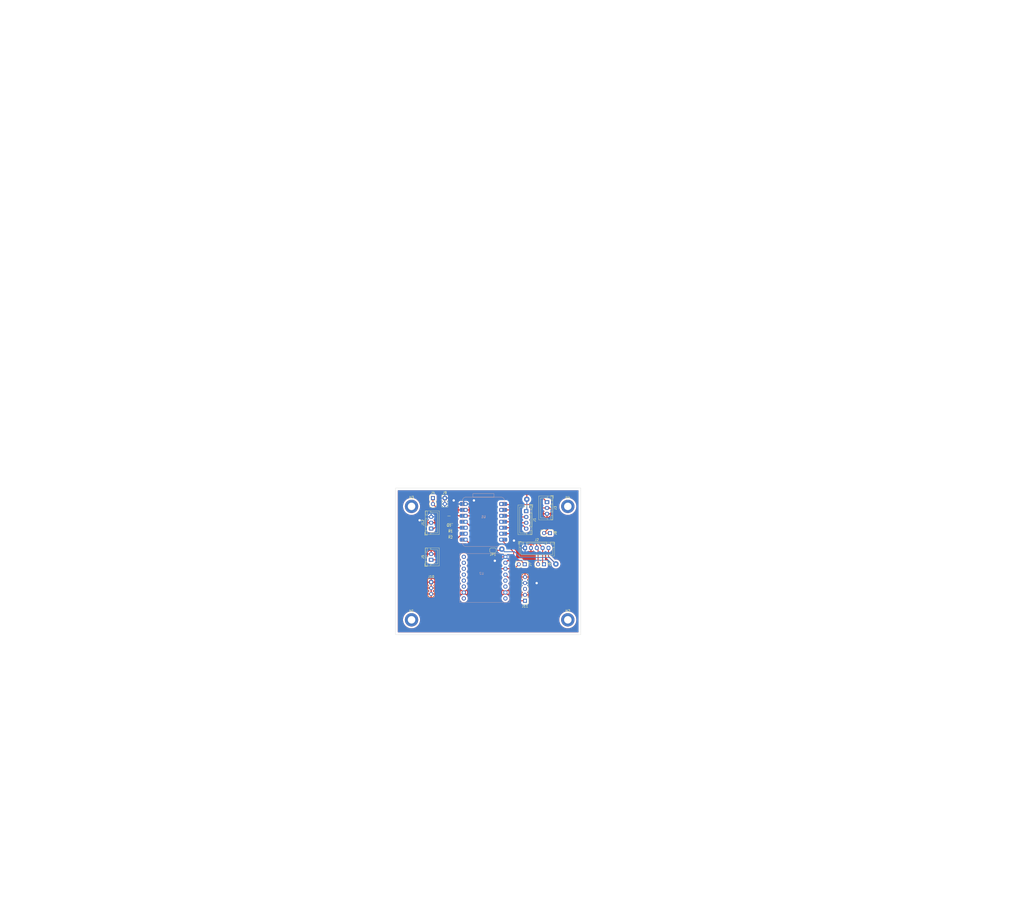
<source format=kicad_pcb>
(kicad_pcb (version 20221018) (generator pcbnew)
  (title_block (title "Beaucoup main board") (date "2023-07-20") (rev "Rev A") (company "Santa Chiara Fab Lab") (comment 1 "Simone Guercio"))
  (layers (0 "F.Cu" signal) (1 "In1.Cu" signal) (2 "In2.Cu" signal) (31 "B.Cu" signal) (34 "B.Paste" user) (35 "F.Paste" user) (36 "B.SilkS" user "B.Silkscreen") (37 "F.SilkS" user "F.Silkscreen") (38 "B.Mask" user) (39 "F.Mask" user) (44 "Edge.Cuts" user))
  (net 0 "")
  (net 1 "+3.3V")
  (net 2 "LEDR")
  (net 3 "LEDG")
  (net 4 "LEDB")
  (net 5 "+5V")
  (net 6 "GND")
  (net 7 "SCL")
  (net 8 "SDA")
  (net 9 "Net-(J2-Pin_5)")
  (net 10 "POT")
  (net 11 "Net-(J12-Pin_1)")
  (net 12 "BTN")
  (net 13 "uTX")
  (net 14 "uRX")
  (net 15 "Net-(J11-Pin_1)")
  (net 17 "IRQ")
  (net 18 "Net-(Q1-G)")
  (net 19 "MISTPIN")
  (footprint "Connector_PinHeader_2.54mm:PinHeader_1x03_P2.54mm_Vertical" (layer "F.Cu") (at 121.158 104.4702)
    (fp_text reference "J10" (at 0 -2.33) (layer "F.SilkS"))
    (fp_text value "Conn_01x03_Pin")
    (fp_line (start -1.33 -1.33) (end 0 -1.33) (stroke (width 0.12)) (layer "F.SilkS"))
    (fp_line (start -1.33 0) (end -1.33 -1.33) (stroke (width 0.12)) (layer "F.SilkS"))
    (fp_line (start -1.33 1.27) (end -1.33 6.41) (stroke (width 0.12)) (layer "F.SilkS"))
    (fp_line (start -1.33 1.27) (end 1.33 1.27) (stroke (width 0.12)) (layer "F.SilkS"))
    (fp_line (start -1.33 6.41) (end 1.33 6.41) (stroke (width 0.12)) (layer "F.SilkS"))
    (fp_line (start 1.33 1.27) (end 1.33 6.41) (stroke (width 0.12)) (layer "F.SilkS"))
    (pad "1" thru_hole rect (at 0 0) (size 1.7 1.7) (drill 1) (layers "*.Cu" "*.Mask") (net 6 "GND"))
    (pad "2" thru_hole oval (at 0 2.54) (size 1.7 1.7) (drill 1) (layers "*.Cu" "*.Mask") (net 6 "GND"))
    (pad "3" thru_hole oval (at 0 5.08) (size 1.7 1.7) (drill 1) (layers "*.Cu" "*.Mask") (net 6 "GND"))
  )
  (footprint "Connector_PinHeader_2.54mm:PinHeader_1x02_P2.54mm_Vertical" (layer "F.Cu") (at 169.418 96.8502 -90)
    (fp_text reference "J6" (at 0 -2.33 90) (layer "F.SilkS"))
    (fp_text value "Conn_01x02_Pin")
    (fp_line (start -1.33 -1.33) (end 0 -1.33) (stroke (width 0.12)) (layer "F.SilkS"))
    (fp_line (start -1.33 0) (end -1.33 -1.33) (stroke (width 0.12)) (layer "F.SilkS"))
    (fp_line (start -1.33 1.27) (end -1.33 3.87) (stroke (width 0.12)) (layer "F.SilkS"))
    (fp_line (start -1.33 1.27) (end 1.33 1.27) (stroke (width 0.12)) (layer "F.SilkS"))
    (fp_line (start -1.33 3.87) (end 1.33 3.87) (stroke (width 0.12)) (layer "F.SilkS"))
    (fp_line (start 1.33 1.27) (end 1.33 3.87) (stroke (width 0.12)) (layer "F.SilkS"))
    (pad "1" thru_hole rect (at 0 0 270) (size 1.7 1.7) (drill 1) (layers "*.Cu" "*.Mask") (net 8 "SDA"))
    (pad "2" thru_hole oval (at 0 2.54 270) (size 1.7 1.7) (drill 1) (layers "*.Cu" "*.Mask") (net 7 "SCL"))
  )
  (footprint "Connector_PinHeader_2.54mm:PinHeader_1x02_P2.54mm_Vertical" (layer "F.Cu") (at 161.163 96.8502 -90)
    (fp_text reference "J7" (at 0 -2.33 90) (layer "F.SilkS"))
    (fp_text value "Conn_01x02_Pin")
    (fp_line (start -1.33 -1.33) (end 0 -1.33) (stroke (width 0.12)) (layer "F.SilkS"))
    (fp_line (start -1.33 0) (end -1.33 -1.33) (stroke (width 0.12)) (layer "F.SilkS"))
    (fp_line (start -1.33 1.27) (end -1.33 3.87) (stroke (width 0.12)) (layer "F.SilkS"))
    (fp_line (start -1.33 1.27) (end 1.33 1.27) (stroke (width 0.12)) (layer "F.SilkS"))
    (fp_line (start -1.33 3.87) (end 1.33 3.87) (stroke (width 0.12)) (layer "F.SilkS"))
    (fp_line (start 1.33 1.27) (end 1.33 3.87) (stroke (width 0.12)) (layer "F.SilkS"))
    (pad "1" thru_hole rect (at 0 0 270) (size 1.7 1.7) (drill 1) (layers "*.Cu" "*.Mask") (net 13 "uTX"))
    (pad "2" thru_hole oval (at 0 2.54 270) (size 1.7 1.7) (drill 1) (layers "*.Cu" "*.Mask") (net 14 "uRX"))
  )
  (footprint "MountingHole:MountingHole_3.2mm_M3_ISO7380_Pad" (layer "F.Cu") (at 179.578 120.5992)
    (fp_text reference "H2" (at 0 -3.85) (layer "F.SilkS"))
    (fp_text value "MountingHole")
    (pad "1" thru_hole circle (at 0 0) (size 5.7 5.7) (drill 3.2) (layers "*.Cu" "*.Mask"))
  )
  (footprint "Connector_PinHeader_2.54mm:PinHeader_1x05_P2.54mm_Vertical" (layer "F.Cu") (at 161.29 112.4712 180)
    (fp_text reference "J11" (at 0 -2.33) (layer "F.SilkS"))
    (fp_text value "AMP")
    (fp_line (start -1.33 -1.33) (end 0 -1.33) (stroke (width 0.12)) (layer "F.SilkS"))
    (fp_line (start -1.33 0) (end -1.33 -1.33) (stroke (width 0.12)) (layer "F.SilkS"))
    (fp_line (start -1.33 1.27) (end -1.33 11.49) (stroke (width 0.12)) (layer "F.SilkS"))
    (fp_line (start -1.33 1.27) (end 1.33 1.27) (stroke (width 0.12)) (layer "F.SilkS"))
    (fp_line (start -1.33 11.49) (end 1.33 11.49) (stroke (width 0.12)) (layer "F.SilkS"))
    (fp_line (start 1.33 1.27) (end 1.33 11.49) (stroke (width 0.12)) (layer "F.SilkS"))
    (pad "1" thru_hole rect (at 0 0 180) (size 1.7 1.7) (drill 1) (layers "*.Cu" "*.Mask") (net 15 "Net-(J11-Pin_1)"))
    (pad "2" thru_hole oval (at 0 2.54 180) (size 1.7 1.7) (drill 1) (layers "*.Cu" "*.Mask") (net 6 "GND"))
    (pad "3" thru_hole oval (at 0 5.08 180) (size 1.7 1.7) (drill 1) (layers "*.Cu" "*.Mask"))
    (pad "4" thru_hole oval (at 0 7.62 180) (size 1.7 1.7) (drill 1) (layers "*.Cu" "*.Mask") (net 5 "+5V"))
    (pad "5" thru_hole oval (at 0 10.16 180) (size 1.7 1.7) (drill 1) (layers "*.Cu" "*.Mask") (net 6 "GND"))
  )
  (footprint "Connector_JST:JST_XH_B3B-XH-A_1x03_P2.50mm_Vertical" (layer "F.Cu") (at 170.688 70.2602 -90)
    (fp_text reference "J3" (at 2.5 -3.55 90) (layer "F.SilkS"))
    (fp_text value "potenziometro")
    (fp_line (start -2.85 -2.75) (end -2.85 -1.5) (stroke (width 0.12)) (layer "F.SilkS"))
    (fp_line (start -2.56 -2.46) (end -2.56 3.51) (stroke (width 0.12)) (layer "F.SilkS"))
    (fp_line (start -2.56 3.51) (end 7.56 3.51) (stroke (width 0.12)) (layer "F.SilkS"))
    (fp_line (start -2.55 -2.45) (end -2.55 -1.7) (stroke (width 0.12)) (layer "F.SilkS"))
    (fp_line (start -2.55 -1.7) (end -0.75 -1.7) (stroke (width 0.12)) (layer "F.SilkS"))
    (fp_line (start -2.55 -0.2) (end -1.8 -0.2) (stroke (width 0.12)) (layer "F.SilkS"))
    (fp_line (start -1.8 -0.2) (end -1.8 2.75) (stroke (width 0.12)) (layer "F.SilkS"))
    (fp_line (start -1.8 2.75) (end 2.5 2.75) (stroke (width 0.12)) (layer "F.SilkS"))
    (fp_line (start -1.6 -2.75) (end -2.85 -2.75) (stroke (width 0.12)) (layer "F.SilkS"))
    (fp_line (start -0.75 -2.45) (end -2.55 -2.45) (stroke (width 0.12)) (layer "F.SilkS"))
    (fp_line (start -0.75 -1.7) (end -0.75 -2.45) (stroke (width 0.12)) (layer "F.SilkS"))
    (fp_line (start 0.75 -2.45) (end 0.75 -1.7) (stroke (width 0.12)) (layer "F.SilkS"))
    (fp_line (start 0.75 -1.7) (end 4.25 -1.7) (stroke (width 0.12)) (layer "F.SilkS"))
    (fp_line (start 4.25 -2.45) (end 0.75 -2.45) (stroke (width 0.12)) (layer "F.SilkS"))
    (fp_line (start 4.25 -1.7) (end 4.25 -2.45) (stroke (width 0.12)) (layer "F.SilkS"))
    (fp_line (start 5.75 -2.45) (end 5.75 -1.7) (stroke (width 0.12)) (layer "F.SilkS"))
    (fp_line (start 5.75 -1.7) (end 7.55 -1.7) (stroke (width 0.12)) (layer "F.SilkS"))
    (fp_line (start 6.8 -0.2) (end 6.8 2.75) (stroke (width 0.12)) (layer "F.SilkS"))
    (fp_line (start 6.8 2.75) (end 2.5 2.75) (stroke (width 0.12)) (layer "F.SilkS"))
    (fp_line (start 7.55 -2.45) (end 5.75 -2.45) (stroke (width 0.12)) (layer "F.SilkS"))
    (fp_line (start 7.55 -1.7) (end 7.55 -2.45) (stroke (width 0.12)) (layer "F.SilkS"))
    (fp_line (start 7.55 -0.2) (end 6.8 -0.2) (stroke (width 0.12)) (layer "F.SilkS"))
    (fp_line (start 7.56 -2.46) (end -2.56 -2.46) (stroke (width 0.12)) (layer "F.SilkS"))
    (fp_line (start 7.56 3.51) (end 7.56 -2.46) (stroke (width 0.12)) (layer "F.SilkS"))
    (pad "1" thru_hole roundrect (at 0 0 270) (size 1.7 1.95) (drill 0.95) (layers "*.Cu" "*.Mask") (roundrect_rratio 0.147059) (net 1 "+3.3V"))
    (pad "2" thru_hole oval (at 2.5 0 270) (size 1.7 1.95) (drill 0.95) (layers "*.Cu" "*.Mask") (net 10 "POT"))
    (pad "3" thru_hole oval (at 5 0 270) (size 1.7 1.95) (drill 0.95) (layers "*.Cu" "*.Mask") (net 6 "GND"))
  )
  (footprint "Connector_PinHeader_2.54mm:PinHeader_1x02_P2.54mm_Vertical" (layer "F.Cu") (at 121.92 68.5292)
    (fp_text reference "J4" (at 0 -2.33) (layer "F.SilkS"))
    (fp_text value "Conn_01x02_Pin")
    (fp_line (start -1.33 -1.33) (end 0 -1.33) (stroke (width 0.12)) (layer "F.SilkS"))
    (fp_line (start -1.33 0) (end -1.33 -1.33) (stroke (width 0.12)) (layer "F.SilkS"))
    (fp_line (start -1.33 1.27) (end -1.33 3.87) (stroke (width 0.12)) (layer "F.SilkS"))
    (fp_line (start -1.33 1.27) (end 1.33 1.27) (stroke (width 0.12)) (layer "F.SilkS"))
    (fp_line (start -1.33 3.87) (end 1.33 3.87) (stroke (width 0.12)) (layer "F.SilkS"))
    (fp_line (start 1.33 1.27) (end 1.33 3.87) (stroke (width 0.12)) (layer "F.SilkS"))
    (pad "1" thru_hole rect (at 0 0) (size 1.7 1.7) (drill 1) (layers "*.Cu" "*.Mask") (net 1 "+3.3V"))
    (pad "2" thru_hole oval (at 0 2.54) (size 1.7 1.7) (drill 1) (layers "*.Cu" "*.Mask") (net 1 "+3.3V"))
  )
  (footprint "sgrc31:SolderJumper" (layer "F.Cu") (at 147.574 90.8812 180)
    (fp_text reference "JP1" (at 0 -1.8) (layer "F.SilkS"))
    (fp_text value "SolderJumper_2_Open")
    (fp_line (start -1.4 0.3) (end -1.4 -0.3) (stroke (width 0.12)) (layer "F.SilkS"))
    (fp_line (start -0.7 -1) (end 0.7 -1) (stroke (width 0.12)) (layer "F.SilkS"))
    (fp_line (start 0.7 1) (end -0.7 1) (stroke (width 0.12)) (layer "F.SilkS"))
    (fp_line (start 1.4 -0.3) (end 1.4 0.3) (stroke (width 0.12)) (layer "F.SilkS"))
    (fp_arc (start -1.4 -0.3) (mid -1.194975 -0.794975) (end -0.7 -1) (stroke (width 0.12)) (layer "F.SilkS"))
    (fp_arc (start -0.7 1) (mid -1.194975 0.794975) (end -1.4 0.3) (stroke (width 0.12)) (layer "F.SilkS"))
    (fp_arc (start 0.7 -1) (mid 1.194975 -0.794975) (end 1.4 -0.3) (stroke (width 0.12)) (layer "F.SilkS"))
    (fp_arc (start 1.4 0.3) (mid 1.194975 0.794975) (end 0.7 1) (stroke (width 0.12)) (layer "F.SilkS"))
    (pad "1" smd custom (at -0.73 0 180) (size 1 0.5) (layers "F.Cu" "F.Mask") (net 9 "Net-(J2-Pin_5)") (options (clearance outline) (anchor rect)) (primitives (gr_circle (center 0 0.25) (end 0.5 0.25) (width 0) (fill yes)) (gr_circle (center 0 -0.25) (end 0.5 -0.25) (width 0) (fill yes)) (gr_poly (pts (xy 0.5 0.75) (xy 0 0.75) (xy 0 -0.75) (xy 0.5 -0.75)) (width 0) (fill yes))))
    (pad "2" smd custom (at 0.73 0 180) (size 1 0.5) (layers "F.Cu" "F.Mask") (net 17 "IRQ") (options (clearance outline) (anchor rect)) (primitives (gr_circle (center 0 0.25) (end 0.5 0.25) (width 0) (fill yes)) (gr_circle (center 0 -0.25) (end 0.5 -0.25) (width 0) (fill yes)) (gr_poly (pts (xy 0 0.75) (xy -0.5 0.75) (xy -0.5 -0.75) (xy 0 -0.75)) (width 0) (fill yes))))
  )
  (footprint "MountingHole:MountingHole_3.2mm_M3_ISO7380_Pad" (layer "F.Cu") (at 112.776 120.5992)
    (fp_text reference "H1" (at 0 -3.85) (layer "F.SilkS"))
    (fp_text value "MountingHole")
    (pad "1" thru_hole circle (at 0 0) (size 5.7 5.7) (drill 3.2) (layers "*.Cu" "*.Mask"))
  )
  (footprint "Connector_JST:JST_XH_B5B-XH-A_1x05_P2.50mm_Vertical" (layer "F.Cu") (at 161.323 89.8652)
    (fp_text reference "J2" (at 5 -3.55) (layer "F.SilkS"))
    (fp_text value "NFCreader")
    (fp_line (start -2.85 -2.75) (end -2.85 -1.5) (stroke (width 0.12)) (layer "F.SilkS"))
    (fp_line (start -2.56 -2.46) (end -2.56 3.51) (stroke (width 0.12)) (layer "F.SilkS"))
    (fp_line (start -2.56 3.51) (end 12.56 3.51) (stroke (width 0.12)) (layer "F.SilkS"))
    (fp_line (start -2.55 -2.45) (end -2.55 -1.7) (stroke (width 0.12)) (layer "F.SilkS"))
    (fp_line (start -2.55 -1.7) (end -0.75 -1.7) (stroke (width 0.12)) (layer "F.SilkS"))
    (fp_line (start -2.55 -0.2) (end -1.8 -0.2) (stroke (width 0.12)) (layer "F.SilkS"))
    (fp_line (start -1.8 -0.2) (end -1.8 2.75) (stroke (width 0.12)) (layer "F.SilkS"))
    (fp_line (start -1.8 2.75) (end 5 2.75) (stroke (width 0.12)) (layer "F.SilkS"))
    (fp_line (start -1.6 -2.75) (end -2.85 -2.75) (stroke (width 0.12)) (layer "F.SilkS"))
    (fp_line (start -0.75 -2.45) (end -2.55 -2.45) (stroke (width 0.12)) (layer "F.SilkS"))
    (fp_line (start -0.75 -1.7) (end -0.75 -2.45) (stroke (width 0.12)) (layer "F.SilkS"))
    (fp_line (start 0.75 -2.45) (end 0.75 -1.7) (stroke (width 0.12)) (layer "F.SilkS"))
    (fp_line (start 0.75 -1.7) (end 9.25 -1.7) (stroke (width 0.12)) (layer "F.SilkS"))
    (fp_line (start 9.25 -2.45) (end 0.75 -2.45) (stroke (width 0.12)) (layer "F.SilkS"))
    (fp_line (start 9.25 -1.7) (end 9.25 -2.45) (stroke (width 0.12)) (layer "F.SilkS"))
    (fp_line (start 10.75 -2.45) (end 10.75 -1.7) (stroke (width 0.12)) (layer "F.SilkS"))
    (fp_line (start 10.75 -1.7) (end 12.55 -1.7) (stroke (width 0.12)) (layer "F.SilkS"))
    (fp_line (start 11.8 -0.2) (end 11.8 2.75) (stroke (width 0.12)) (layer "F.SilkS"))
    (fp_line (start 11.8 2.75) (end 5 2.75) (stroke (width 0.12)) (layer "F.SilkS"))
    (fp_line (start 12.55 -2.45) (end 10.75 -2.45) (stroke (width 0.12)) (layer "F.SilkS"))
    (fp_line (start 12.55 -1.7) (end 12.55 -2.45) (stroke (width 0.12)) (layer "F.SilkS"))
    (fp_line (start 12.55 -0.2) (end 11.8 -0.2) (stroke (width 0.12)) (layer "F.SilkS"))
    (fp_line (start 12.56 -2.46) (end -2.56 -2.46) (stroke (width 0.12)) (layer "F.SilkS"))
    (fp_line (start 12.56 3.51) (end 12.56 -2.46) (stroke (width 0.12)) (layer "F.SilkS"))
    (pad "1" thru_hole roundrect (at 0 0) (size 1.7 1.95) (drill 0.95) (layers "*.Cu" "*.Mask") (roundrect_rratio 0.147059) (net 5 "+5V"))
    (pad "2" thru_hole oval (at 2.5 0) (size 1.7 1.95) (drill 0.95) (layers "*.Cu" "*.Mask") (net 6 "GND"))
    (pad "3" thru_hole oval (at 5 0) (size 1.7 1.95) (drill 0.95) (layers "*.Cu" "*.Mask") (net 7 "SCL"))
    (pad "4" thru_hole oval (at 7.5 0) (size 1.7 1.95) (drill 0.95) (layers "*.Cu" "*.Mask") (net 8 "SDA"))
    (pad "5" thru_hole oval (at 10 0) (size 1.7 1.95) (drill 0.95) (layers "*.Cu" "*.Mask") (net 9 "Net-(J2-Pin_5)"))
  )
  (footprint "Connector_PinHeader_2.54mm:PinHeader_1x02_P2.54mm_Vertical" (layer "F.Cu") (at 171.958 83.5152 -90)
    (fp_text reference "J8" (at 0 -2.33 90) (layer "F.SilkS"))
    (fp_text value "Conn_01x02_Pin")
    (fp_line (start -1.33 -1.33) (end 0 -1.33) (stroke (width 0.12)) (layer "F.SilkS"))
    (fp_line (start -1.33 0) (end -1.33 -1.33) (stroke (width 0.12)) (layer "F.SilkS"))
    (fp_line (start -1.33 1.27) (end -1.33 3.87) (stroke (width 0.12)) (layer "F.SilkS"))
    (fp_line (start -1.33 1.27) (end 1.33 1.27) (stroke (width 0.12)) (layer "F.SilkS"))
    (fp_line (start -1.33 3.87) (end 1.33 3.87) (stroke (width 0.12)) (layer "F.SilkS"))
    (fp_line (start 1.33 1.27) (end 1.33 3.87) (stroke (width 0.12)) (layer "F.SilkS"))
    (pad "1" thru_hole rect (at 0 0 270) (size 1.7 1.7) (drill 1) (layers "*.Cu" "*.Mask") (net 10 "POT"))
    (pad "2" thru_hole oval (at 0 2.54 270) (size 1.7 1.7) (drill 1) (layers "*.Cu" "*.Mask") (net 10 "POT"))
  )
  (footprint "Resistor_SMD:R_1206_3216Metric_Pad1.30x1.75mm_HandSolder" (layer "F.Cu") (at 129.413 80.9752 180)
    (fp_text reference "R1" (at 0 -1.82) (layer "F.SilkS"))
    (fp_text value "R_Small_US")
    (fp_line (start -0.727064 -0.91) (end 0.727064 -0.91) (stroke (width 0.12)) (layer "F.SilkS"))
    (fp_line (start -0.727064 0.91) (end 0.727064 0.91) (stroke (width 0.12)) (layer "F.SilkS"))
    (pad "1" smd roundrect (at -1.55 0 180) (size 1.3 1.75) (layers "F.Cu" "F.Paste" "F.Mask") (roundrect_rratio 0.192308) (net 19 "MISTPIN"))
    (pad "2" smd roundrect (at 1.55 0 180) (size 1.3 1.75) (layers "F.Cu" "F.Paste" "F.Mask") (roundrect_rratio 0.192308) (net 18 "Net-(Q1-G)"))
  )
  (footprint "Resistor_SMD:R_1206_3216Metric_Pad1.30x1.75mm_HandSolder" (layer "F.Cu") (at 129.413 83.5152 180)
    (fp_text reference "R2" (at 0 -1.82) (layer "F.SilkS"))
    (fp_text value "R_Small_US")
    (fp_line (start -0.727064 -0.91) (end 0.727064 -0.91) (stroke (width 0.12)) (layer "F.SilkS"))
    (fp_line (start -0.727064 0.91) (end 0.727064 0.91) (stroke (width 0.12)) (layer "F.SilkS"))
    (pad "1" smd roundrect (at -1.55 0 180) (size 1.3 1.75) (layers "F.Cu" "F.Paste" "F.Mask") (roundrect_rratio 0.192308) (net 19 "MISTPIN"))
    (pad "2" smd roundrect (at 1.55 0 180) (size 1.3 1.75) (layers "F.Cu" "F.Paste" "F.Mask") (roundrect_rratio 0.192308) (net 6 "GND"))
  )
  (footprint "Connector_JST:JST_XH_B3B-XH-A_1x03_P2.50mm_Vertical" (layer "F.Cu") (at 121.158 81.5702 90)
    (fp_text reference "J12" (at 2.5 -3.55 90) (layer "F.SilkS"))
    (fp_text value "tomist")
    (fp_line (start -2.85 -2.75) (end -2.85 -1.5) (stroke (width 0.12)) (layer "F.SilkS"))
    (fp_line (start -2.56 -2.46) (end -2.56 3.51) (stroke (width 0.12)) (layer "F.SilkS"))
    (fp_line (start -2.56 3.51) (end 7.56 3.51) (stroke (width 0.12)) (layer "F.SilkS"))
    (fp_line (start -2.55 -2.45) (end -2.55 -1.7) (stroke (width 0.12)) (layer "F.SilkS"))
    (fp_line (start -2.55 -1.7) (end -0.75 -1.7) (stroke (width 0.12)) (layer "F.SilkS"))
    (fp_line (start -2.55 -0.2) (end -1.8 -0.2) (stroke (width 0.12)) (layer "F.SilkS"))
    (fp_line (start -1.8 -0.2) (end -1.8 2.75) (stroke (width 0.12)) (layer "F.SilkS"))
    (fp_line (start -1.8 2.75) (end 2.5 2.75) (stroke (width 0.12)) (layer "F.SilkS"))
    (fp_line (start -1.6 -2.75) (end -2.85 -2.75) (stroke (width 0.12)) (layer "F.SilkS"))
    (fp_line (start -0.75 -2.45) (end -2.55 -2.45) (stroke (width 0.12)) (layer "F.SilkS"))
    (fp_line (start -0.75 -1.7) (end -0.75 -2.45) (stroke (width 0.12)) (layer "F.SilkS"))
    (fp_line (start 0.75 -2.45) (end 0.75 -1.7) (stroke (width 0.12)) (layer "F.SilkS"))
    (fp_line (start 0.75 -1.7) (end 4.25 -1.7) (stroke (width 0.12)) (layer "F.SilkS"))
    (fp_line (start 4.25 -2.45) (end 0.75 -2.45) (stroke (width 0.12)) (layer "F.SilkS"))
    (fp_line (start 4.25 -1.7) (end 4.25 -2.45) (stroke (width 0.12)) (layer "F.SilkS"))
    (fp_line (start 5.75 -2.45) (end 5.75 -1.7) (stroke (width 0.12)) (layer "F.SilkS"))
    (fp_line (start 5.75 -1.7) (end 7.55 -1.7) (stroke (width 0.12)) (layer "F.SilkS"))
    (fp_line (start 6.8 -0.2) (end 6.8 2.75) (stroke (width 0.12)) (layer "F.SilkS"))
    (fp_line (start 6.8 2.75) (end 2.5 2.75) (stroke (width 0.12)) (layer "F.SilkS"))
    (fp_line (start 7.55 -2.45) (end 5.75 -2.45) (stroke (width 0.12)) (layer "F.SilkS"))
    (fp_line (start 7.55 -1.7) (end 7.55 -2.45) (stroke (width 0.12)) (layer "F.SilkS"))
    (fp_line (start 7.55 -0.2) (end 6.8 -0.2) (stroke (width 0.12)) (layer "F.SilkS"))
    (fp_line (start 7.56 -2.46) (end -2.56 -2.46) (stroke (width 0.12)) (layer "F.SilkS"))
    (fp_line (start 7.56 3.51) (end 7.56 -2.46) (stroke (width 0.12)) (layer "F.SilkS"))
    (pad "1" thru_hole roundrect (at 0 0 90) (size 1.7 1.95) (drill 0.95) (layers "*.Cu" "*.Mask") (roundrect_rratio 0.147059) (net 11 "Net-(J12-Pin_1)"))
    (pad "2" thru_hole oval (at 2.5 0 90) (size 1.7 1.95) (drill 0.95) (layers "*.Cu" "*.Mask") (net 6 "GND"))
    (pad "3" thru_hole oval (at 5 0 90) (size 1.7 1.95) (drill 0.95) (layers "*.Cu" "*.Mask") (net 5 "+5V"))
  )
  (footprint "Connector_JST:JST_XH_B2B-XH-A_1x02_P2.50mm_Vertical" (layer "F.Cu") (at 121.158 94.9452 90)
    (fp_text reference "J5" (at 1.25 -3.55 90) (layer "F.SilkS"))
    (fp_text value "conn_bottone_mist")
    (fp_line (start -2.85 -2.75) (end -2.85 -1.5) (stroke (width 0.12)) (layer "F.SilkS"))
    (fp_line (start -2.56 -2.46) (end -2.56 3.51) (stroke (width 0.12)) (layer "F.SilkS"))
    (fp_line (start -2.56 3.51) (end 5.06 3.51) (stroke (width 0.12)) (layer "F.SilkS"))
    (fp_line (start -2.55 -2.45) (end -2.55 -1.7) (stroke (width 0.12)) (layer "F.SilkS"))
    (fp_line (start -2.55 -1.7) (end -0.75 -1.7) (stroke (width 0.12)) (layer "F.SilkS"))
    (fp_line (start -2.55 -0.2) (end -1.8 -0.2) (stroke (width 0.12)) (layer "F.SilkS"))
    (fp_line (start -1.8 -0.2) (end -1.8 2.75) (stroke (width 0.12)) (layer "F.SilkS"))
    (fp_line (start -1.8 2.75) (end 1.25 2.75) (stroke (width 0.12)) (layer "F.SilkS"))
    (fp_line (start -1.6 -2.75) (end -2.85 -2.75) (stroke (width 0.12)) (layer "F.SilkS"))
    (fp_line (start -0.75 -2.45) (end -2.55 -2.45) (stroke (width 0.12)) (layer "F.SilkS"))
    (fp_line (start -0.75 -1.7) (end -0.75 -2.45) (stroke (width 0.12)) (layer "F.SilkS"))
    (fp_line (start 0.75 -2.45) (end 0.75 -1.7) (stroke (width 0.12)) (layer "F.SilkS"))
    (fp_line (start 0.75 -1.7) (end 1.75 -1.7) (stroke (width 0.12)) (layer "F.SilkS"))
    (fp_line (start 1.75 -2.45) (end 0.75 -2.45) (stroke (width 0.12)) (layer "F.SilkS"))
    (fp_line (start 1.75 -1.7) (end 1.75 -2.45) (stroke (width 0.12)) (layer "F.SilkS"))
    (fp_line (start 3.25 -2.45) (end 3.25 -1.7) (stroke (width 0.12)) (layer "F.SilkS"))
    (fp_line (start 3.25 -1.7) (end 5.05 -1.7) (stroke (width 0.12)) (layer "F.SilkS"))
    (fp_line (start 4.3 -0.2) (end 4.3 2.75) (stroke (width 0.12)) (layer "F.SilkS"))
    (fp_line (start 4.3 2.75) (end 1.25 2.75) (stroke (width 0.12)) (layer "F.SilkS"))
    (fp_line (start 5.05 -2.45) (end 3.25 -2.45) (stroke (width 0.12)) (layer "F.SilkS"))
    (fp_line (start 5.05 -1.7) (end 5.05 -2.45) (stroke (width 0.12)) (layer "F.SilkS"))
    (fp_line (start 5.05 -0.2) (end 4.3 -0.2) (stroke (width 0.12)) (layer "F.SilkS"))
    (fp_line (start 5.06 -2.46) (end -2.56 -2.46) (stroke (width 0.12)) (layer "F.SilkS"))
    (fp_line (start 5.06 3.51) (end 5.06 -2.46) (stroke (width 0.12)) (layer "F.SilkS"))
    (pad "1" thru_hole roundrect (at 0 0 90) (size 1.7 2) (drill 1) (layers "*.Cu" "*.Mask") (roundrect_rratio 0.147059) (net 12 "BTN"))
    (pad "2" thru_hole oval (at 2.5 0 90) (size 1.7 2) (drill 1) (layers "*.Cu" "*.Mask") (net 6 "GND"))
  )
  (footprint "Connector_JST:JST_XH_B4B-XH-A_1x04_P2.50mm_Vertical" (layer "F.Cu") (at 161.798 74.1102 -90)
    (fp_text reference "J1" (at 3.75 -3.55 90) (layer "F.SilkS"))
    (fp_text value "RGBled")
    (fp_line (start -2.85 -2.75) (end -2.85 -1.5) (stroke (width 0.12)) (layer "F.SilkS"))
    (fp_line (start -2.56 -2.46) (end -2.56 3.51) (stroke (width 0.12)) (layer "F.SilkS"))
    (fp_line (start -2.56 3.51) (end 10.06 3.51) (stroke (width 0.12)) (layer "F.SilkS"))
    (fp_line (start -2.55 -2.45) (end -2.55 -1.7) (stroke (width 0.12)) (layer "F.SilkS"))
    (fp_line (start -2.55 -1.7) (end -0.75 -1.7) (stroke (width 0.12)) (layer "F.SilkS"))
    (fp_line (start -2.55 -0.2) (end -1.8 -0.2) (stroke (width 0.12)) (layer "F.SilkS"))
    (fp_line (start -1.8 -0.2) (end -1.8 2.75) (stroke (width 0.12)) (layer "F.SilkS"))
    (fp_line (start -1.8 2.75) (end 3.75 2.75) (stroke (width 0.12)) (layer "F.SilkS"))
    (fp_line (start -1.6 -2.75) (end -2.85 -2.75) (stroke (width 0.12)) (layer "F.SilkS"))
    (fp_line (start -0.75 -2.45) (end -2.55 -2.45) (stroke (width 0.12)) (layer "F.SilkS"))
    (fp_line (start -0.75 -1.7) (end -0.75 -2.45) (stroke (width 0.12)) (layer "F.SilkS"))
    (fp_line (start 0.75 -2.45) (end 0.75 -1.7) (stroke (width 0.12)) (layer "F.SilkS"))
    (fp_line (start 0.75 -1.7) (end 6.75 -1.7) (stroke (width 0.12)) (layer "F.SilkS"))
    (fp_line (start 6.75 -2.45) (end 0.75 -2.45) (stroke (width 0.12)) (layer "F.SilkS"))
    (fp_line (start 6.75 -1.7) (end 6.75 -2.45) (stroke (width 0.12)) (layer "F.SilkS"))
    (fp_line (start 8.25 -2.45) (end 8.25 -1.7) (stroke (width 0.12)) (layer "F.SilkS"))
    (fp_line (start 8.25 -1.7) (end 10.05 -1.7) (stroke (width 0.12)) (layer "F.SilkS"))
    (fp_line (start 9.3 -0.2) (end 9.3 2.75) (stroke (width 0.12)) (layer "F.SilkS"))
    (fp_line (start 9.3 2.75) (end 3.75 2.75) (stroke (width 0.12)) (layer "F.SilkS"))
    (fp_line (start 10.05 -2.45) (end 8.25 -2.45) (stroke (width 0.12)) (layer "F.SilkS"))
    (fp_line (start 10.05 -1.7) (end 10.05 -2.45) (stroke (width 0.12)) (layer "F.SilkS"))
    (fp_line (start 10.05 -0.2) (end 9.3 -0.2) (stroke (width 0.12)) (layer "F.SilkS"))
    (fp_line (start 10.06 -2.46) (end -2.56 -2.46) (stroke (width 0.12)) (layer "F.SilkS"))
    (fp_line (start 10.06 3.51) (end 10.06 -2.46) (stroke (width 0.12)) (layer "F.SilkS"))
    (pad "1" thru_hole roundrect (at 0 0 270) (size 1.7 1.95) (drill 0.95) (layers "*.Cu" "*.Mask") (roundrect_rratio 0.147059) (net 1 "+3.3V"))
    (pad "2" thru_hole oval (at 2.5 0 270) (size 1.7 1.95) (drill 0.95) (layers "*.Cu" "*.Mask") (net 2 "LEDR"))
    (pad "3" thru_hole oval (at 5 0 270) (size 1.7 1.95) (drill 0.95) (layers "*.Cu" "*.Mask") (net 3 "LEDG"))
    (pad "4" thru_hole oval (at 7.5 0 270) (size 1.7 1.95) (drill 0.95) (layers "*.Cu" "*.Mask") (net 4 "LEDB"))
  )
  (footprint "MountingHole:MountingHole_3.2mm_M3_ISO7380_Pad" (layer "F.Cu") (at 179.578 72.0852)
    (fp_text reference "H4" (at 0 -3.85) (layer "F.SilkS"))
    (fp_text value "MountingHole")
    (pad "1" thru_hole circle (at 0 0) (size 5.7 5.7) (drill 3.2) (layers "*.Cu" "*.Mask"))
  )
  (footprint "Connector_PinHeader_2.54mm:PinHeader_1x02_P2.54mm_Vertical" (layer "F.Cu") (at 127 68.5292)
    (fp_text reference "J9" (at 0 -2.33) (layer "F.SilkS"))
    (fp_text value "Conn_01x02_Pin")
    (fp_line (start -1.33 -1.33) (end 0 -1.33) (stroke (width 0.12)) (layer "F.SilkS"))
    (fp_line (start -1.33 0) (end -1.33 -1.33) (stroke (width 0.12)) (layer "F.SilkS"))
    (fp_line (start -1.33 1.27) (end -1.33 3.87) (stroke (width 0.12)) (layer "F.SilkS"))
    (fp_line (start -1.33 1.27) (end 1.33 1.27) (stroke (width 0.12)) (layer "F.SilkS"))
    (fp_line (start -1.33 3.87) (end 1.33 3.87) (stroke (width 0.12)) (layer "F.SilkS"))
    (fp_line (start 1.33 1.27) (end 1.33 3.87) (stroke (width 0.12)) (layer "F.SilkS"))
    (pad "1" thru_hole rect (at 0 0) (size 1.7 1.7) (drill 1) (layers "*.Cu" "*.Mask") (net 5 "+5V"))
    (pad "2" thru_hole oval (at 0 2.54) (size 1.7 1.7) (drill 1) (layers "*.Cu" "*.Mask") (net 5 "+5V"))
  )
  (footprint "MountingHole:MountingHole_3.2mm_M3_ISO7380_Pad" (layer "F.Cu") (at 112.776 72.0852)
    (fp_text reference "H3" (at 0 -3.85) (layer "F.SilkS"))
    (fp_text value "MountingHole")
    (pad "1" thru_hole circle (at 0 0) (size 5.7 5.7) (drill 3.2) (layers "*.Cu" "*.Mask"))
  )
  (footprint "Package_TO_SOT_SMD:SOT-23" (layer "F.Cu") (at 128.778 77.8002 180)
    (fp_text reference "Q1" (at 0 -2.4) (layer "F.SilkS"))
    (fp_text value "2N7002")
    (fp_line (start 0 -1.56) (end -1.675 -1.56) (stroke (width 0.12)) (layer "F.SilkS"))
    (fp_line (start 0 -1.56) (end 0.65 -1.56) (stroke (width 0.12)) (layer "F.SilkS"))
    (fp_line (start 0 1.56) (end -0.65 1.56) (stroke (width 0.12)) (layer "F.SilkS"))
    (fp_line (start 0 1.56) (end 0.65 1.56) (stroke (width 0.12)) (layer "F.SilkS"))
    (pad "1" smd roundrect (at -0.9375 -0.95 180) (size 1.475 0.6) (layers "F.Cu" "F.Paste" "F.Mask") (net 18 "Net-(Q1-G)"))
    (pad "2" smd roundrect (at -0.9375 0.95 180) (size 1.475 0.6) (layers "F.Cu" "F.Paste" "F.Mask") (net 6 "GND"))
    (pad "3" smd roundrect (at 0.9375 0 180) (size 1.475 0.6) (layers "F.Cu" "F.Paste" "F.Mask") (net 11 "Net-(J12-Pin_1)"))
  )
  (footprint "sgrc31:XIAO_both" (layer "B.Cu") (at 143.525 78.6792 180)
    (fp_text reference "U1" (at 0.0025 2.149 unlocked) (layer "B.SilkS") (effects (justify mirror)))
    (fp_text value "rp2040_XIAO")
    (fp_line (start -8.8875 -9.281) (end -8.8875 9.261) (stroke (width 0.12)) (layer "B.SilkS"))
    (fp_line (start -7.6175 10.531) (end 7.6225 10.531) (stroke (width 0.12)) (layer "B.SilkS"))
    (fp_line (start 7.6225 -10.551) (end -7.6175 -10.551) (stroke (width 0.12)) (layer "B.SilkS"))
    (fp_line (start 8.8925 9.261) (end 8.8925 -9.281) (stroke (width 0.12)) (layer "B.SilkS"))
    (fp_rect (start -4.4975 10.531) (end 4.5025 12.055) (stroke (width 0.12)) (fill none) (layer "B.SilkS"))
    (fp_arc (start -8.8875 -9.281) (mid -8.515526 -10.179026) (end -7.6175 -10.551) (stroke (width 0.12)) (layer "B.SilkS"))
    (fp_arc (start -7.6175 10.531) (mid -8.515526 10.159026) (end -8.8875 9.261) (stroke (width 0.12)) (layer "B.SilkS"))
    (fp_arc (start 7.6225 -10.551) (mid 8.520526 -10.179026) (end 8.8925 -9.281) (stroke (width 0.12)) (layer "B.SilkS"))
    (fp_arc (start 8.8925 9.261) (mid 8.520526 10.159026) (end 7.6225 10.531) (stroke (width 0.12)) (layer "B.SilkS"))
    (pad "1" thru_hole roundrect (at -7.615 7.62 180) (size 3.375 1.65) (drill 1 (offset -0.8125 0)) (layers "*.Cu" "*.Mask") (net 10 "POT"))
    (pad "2" thru_hole roundrect (at -7.615 5.08 180) (size 3.375 1.65) (drill 1 (offset -0.8125 0)) (layers "*.Cu" "*.Mask") (net 2 "LEDR"))
    (pad "3" thru_hole roundrect (at -7.615 2.54 180) (size 3.375 1.65) (drill 1 (offset -0.8125 0)) (layers "*.Cu" "*.Mask") (net 3 "LEDG"))
    (pad "4" thru_hole roundrect (at -7.615 0 180) (size 3.375 1.65) (drill 1 (offset -0.8125 0)) (layers "*.Cu" "*.Mask") (net 4 "LEDB"))
    (pad "5" thru_hole roundrect (at -7.615 -2.54 180) (size 3.375 1.65) (drill 1 (offset -0.8125 0)) (layers "*.Cu" "*.Mask") (net 8 "SDA"))
    (pad "6" thru_hole roundrect (at -7.615 -5.08 180) (size 3.375 1.65) (drill 1 (offset -0.8125 0)) (layers "*.Cu" "*.Mask") (net 7 "SCL"))
    (pad "7" thru_hole roundrect (at -7.615 -7.62 180) (size 3.375 1.65) (drill 1 (offset -0.8125 0)) (layers "*.Cu" "*.Mask") (net 13 "uTX"))
    (pad "8" thru_hole roundrect (at 7.62 -7.62 180) (size 3.325 1.65) (drill 1 (offset 0.8375 0)) (layers "*.Cu" "*.Mask") (net 14 "uRX"))
    (pad "9" thru_hole roundrect (at 7.62 -5.08 180) (size 3.375 1.65) (drill 1 (offset 0.8375 0)) (layers "*.Cu" "*.Mask") (net 12 "BTN"))
    (pad "10" thru_hole roundrect (at 7.62 -2.54 180) (size 3.375 1.65) (drill 1 (offset 0.8375 0)) (layers "*.Cu" "*.Mask") (net 19 "MISTPIN"))
    (pad "11" thru_hole roundrect (at 7.62 0 180) (size 3.375 1.65) (drill 1 (offset 0.8375 0)) (layers "*.Cu" "*.Mask") (net 17 "IRQ"))
    (pad "12" thru_hole roundrect (at 7.62 2.54 180) (size 3.375 1.65) (drill 1 (offset 0.8375 0)) (layers "*.Cu" "*.Mask") (net 1 "+3.3V"))
    (pad "13" thru_hole roundrect (at 7.62 5.08 180) (size 3.375 1.65) (drill 1 (offset 0.8375 0)) (layers "*.Cu" "*.Mask") (net 6 "GND"))
    (pad "14" thru_hole roundrect (at 7.62 7.62 180) (size 3.375 1.65) (drill 1 (offset 0.8375 0)) (layers "*.Cu" "*.Mask") (net 5 "+5V"))
  )
  (footprint "sgrc31:DFPlayer" (layer "B.Cu") (at 144.018 101.2952 180)
    (fp_text reference "U2" (at 1.27 0.5 unlocked) (layer "B.SilkS") (effects (font (thickness 0.1)) (justify mirror)))
    (fp_text value "DFPlayer")
    (fp_rect (start -10.66 9) (end 10.66 -11.93) (stroke (width 0.1)) (fill none) (layer "B.SilkS"))
    (pad "1" thru_hole circle (at -8.89 7.62 180) (size 1.8 1.8) (drill 1) (layers "*.Cu" "*.Mask") (net 5 "+5V"))
    (pad "2" thru_hole circle (at -8.89 5.08 180) (size 1.8 1.8) (drill 1) (layers "*.Cu" "*.Mask") (net 13 "uTX"))
    (pad "3" thru_hole circle (at -8.89 2.54 180) (size 1.8 1.8) (drill 1) (layers "*.Cu" "*.Mask") (net 14 "uRX"))
    (pad "4" thru_hole circle (at -8.89 0 180) (size 1.8 1.8) (drill 1) (layers "*.Cu" "*.Mask") (net 15 "Net-(J11-Pin_1)"))
    (pad "5" thru_hole circle (at -8.89 -2.54 180) (size 1.8 1.8) (drill 1) (layers "*.Cu" "*.Mask"))
    (pad "6" thru_hole circle (at -8.89 -5.08 180) (size 1.8 1.8) (drill 1) (layers "*.Cu" "*.Mask"))
    (pad "7" thru_hole circle (at -8.89 -7.62 180) (size 1.8 1.8) (drill 1) (layers "*.Cu" "*.Mask") (net 6 "GND"))
    (pad "8" thru_hole circle (at -8.89 -10.16 180) (size 1.8 1.8) (drill 1) (layers "*.Cu" "*.Mask"))
    (pad "9" thru_hole circle (at 8.89 -10.16 180) (size 1.8 1.8) (drill 1) (layers "*.Cu" "*.Mask"))
    (pad "10" thru_hole circle (at 8.89 -7.62 180) (size 1.8 1.8) (drill 1) (layers "*.Cu" "*.Mask") (net 6 "GND"))
    (pad "11" thru_hole circle (at 8.89 -5.08 180) (size 1.8 1.8) (drill 1) (layers "*.Cu" "*.Mask"))
    (pad "12" thru_hole circle (at 8.89 -2.54 180) (size 1.8 1.8) (drill 1) (layers "*.Cu" "*.Mask"))
    (pad "13" thru_hole circle (at 8.89 0 180) (size 1.8 1.8) (drill 1) (layers "*.Cu" "*.Mask"))
    (pad "14" thru_hole circle (at 8.89 2.54 180) (size 1.8 1.8) (drill 1) (layers "*.Cu" "*.Mask"))
    (pad "15" thru_hole circle (at 8.89 5.08 180) (size 1.8 1.8) (drill 1) (layers "*.Cu" "*.Mask"))
    (pad "16" thru_hole circle (at 8.89 7.62 180) (size 1.8 1.8) (drill 1) (layers "*.Cu" "*.Mask"))
  )
  (gr_rect (start 105.918 64.2112) (end 185.166 126.9492) (stroke (width 0.1)) (fill none) (layer "Edge.Cuts"))
  (segment (start 150.876 67.0052) (end 162.052 67.0052) (width 0.4) (layer "F.Cu") (net 1))
  (segment (start 141.742 76.1392) (end 150.876 67.0052) (width 0.4) (layer "F.Cu") (net 1))
  (segment (start 162.052 67.0052) (end 167.433 67.0052) (width 0.4) (layer "F.Cu") (net 1))
  (segment (start 167.433 67.0052) (end 170.688 70.2602) (width 0.4) (layer "F.Cu") (net 1))
  (segment (start 130.81 74.1172) (end 124.968 74.1172) (width 0.4) (layer "F.Cu") (net 1))
  (segment (start 135.905 76.1392) (end 132.832 76.1392) (width 0.4) (layer "F.Cu") (net 1))
  (segment (start 124.968 74.1172) (end 121.92 71.0692) (width 0.4) (layer "F.Cu") (net 1))
  (segment (start 121.92 71.0692) (end 121.92 68.5292) (width 0.4) (layer "F.Cu") (net 1))
  (segment (start 132.832 76.1392) (end 130.81 74.1172) (width 0.4) (layer "F.Cu") (net 1))
  (segment (start 162.052 69.0372) (end 162.052 67.0052) (width 0.4) (layer "F.Cu") (net 1))
  (segment (start 135.905 76.1392) (end 141.742 76.1392) (width 0.4) (layer "F.Cu") (net 1))
  (via (at 162.052 69.0372) (size 2.3) (drill 1) (layers "F.Cu" "B.Cu") (net 1))
  (segment (start 162.052 69.0372) (end 162.052 73.8562) (width 0.4) (layer "B.Cu") (net 1))
  (segment (start 162.052 73.8562) (end 161.798 74.1102) (width 0.4) (layer "B.Cu") (net 1))
  (segment (start 155.692 73.5992) (end 151.14 73.5992) (width 0.4) (layer "F.Cu") (net 2))
  (segment (start 158.703 76.6102) (end 155.692 73.5992) (width 0.4) (layer "F.Cu") (net 2))
  (segment (start 161.798 76.6102) (end 158.703 76.6102) (width 0.4) (layer "F.Cu") (net 2))
  (segment (start 161.798 79.1102) (end 158.917 79.1102) (width 0.4) (layer "F.Cu") (net 3))
  (segment (start 155.956 76.1492) (end 151.15 76.1492) (width 0.4) (layer "F.Cu") (net 3))
  (segment (start 151.15 76.1492) (end 151.14 76.1392) (width 0.4) (layer "F.Cu") (net 3))
  (segment (start 158.917 79.1102) (end 155.956 76.1492) (width 0.4) (layer "F.Cu") (net 3))
  (segment (start 157.883 80.3622) (end 156.2 78.6792) (width 0.4) (layer "F.Cu") (net 4))
  (segment (start 161.798 81.6102) (end 160.55 80.3622) (width 0.4) (layer "F.Cu") (net 4))
  (segment (start 160.55 80.3622) (end 157.883 80.3622) (width 0.4) (layer "F.Cu") (net 4))
  (segment (start 156.2 78.6792) (end 151.14 78.6792) (width 0.4) (layer "F.Cu") (net 4))
  (segment (start 121.158 76.5702) (end 117.689 76.5702) (width 0.4) (layer "F.Cu") (net 5))
  (segment (start 132.324 71.0592) (end 130.81 69.5452) (width 0.4) (layer "F.Cu") (net 5))
  (segment (start 135.905 71.0592) (end 132.324 71.0592) (width 0.4) (layer "F.Cu") (net 5))
  (segment (start 161.29 104.8512) (end 166.2176 104.8512) (width 0.4) (layer "F.Cu") (net 5))
  (segment (start 166.2176 104.8512) (end 166.2684 104.902) (width 0.4) (layer "F.Cu") (net 5))
  (segment (start 117.689 76.5702) (end 116.2304 78.0288) (width 0.4) (layer "F.Cu") (net 5))
  (segment (start 150.0632 93.6752) (end 148.3868 95.3516) (width 0.4) (layer "F.Cu") (net 5))
  (segment (start 129.794 68.5292) (end 127 68.5292) (width 0.4) (layer "F.Cu") (net 5))
  (segment (start 152.908 93.6752) (end 150.0632 93.6752) (width 0.4) (layer "F.Cu") (net 5))
  (segment (start 137.932 71.0592) (end 139.446 69.5452) (width 0.4) (layer "F.Cu") (net 5))
  (segment (start 135.905 71.0592) (end 137.932 71.0592) (width 0.4) (layer "F.Cu") (net 5))
  (segment (start 127 71.0692) (end 127 68.5292) (width 0.4) (layer "F.Cu") (net 5))
  (segment (start 130.81 69.5452) (end 129.794 68.5292) (width 0.4) (layer "F.Cu") (net 5))
  (segment (start 161.323 89.8652) (end 159.7152 89.8652) (width 0.4) (layer "F.Cu") (net 5))
  (segment (start 159.7152 89.8652) (end 156.5656 86.7156) (width 0.4) (layer "F.Cu") (net 5))
  (via (at 148.3868 95.3516) (size 2.3) (drill 1) (layers "F.Cu" "B.Cu") (net 5))
  (via (at 156.5656 86.7156) (size 2.3) (drill 1) (layers "F.Cu" "B.Cu") (net 5))
  (via (at 130.81 69.5452) (size 2.3) (drill 1) (layers "F.Cu" "B.Cu") (net 5))
  (via (at 139.446 69.5452) (size 2.3) (drill 1) (layers "F.Cu" "B.Cu") (net 5))
  (via (at 116.2304 78.0288) (size 2.3) (drill 1) (layers "F.Cu" "B.Cu") (net 5))
  (via (at 166.2684 104.902) (size 2.3) (drill 1) (layers "F.Cu" "B.Cu") (net 5))
  (segment (start 166.878 90.4202) (end 166.323 89.8652) (width 0.4) (layer "F.Cu") (net 7))
  (segment (start 164.338 86.5632) (end 166.323 88.5482) (width 0.4) (layer "F.Cu") (net 7))
  (segment (start 162.052 86.5632) (end 164.338 86.5632) (width 0.4) (layer "F.Cu") (net 7))
  (segment (start 166.323 88.5482) (end 166.323 89.8652) (width 0.4) (layer "F.Cu") (net 7))
  (segment (start 159.248 83.7592) (end 162.052 86.5632) (width 0.4) (layer "F.Cu") (net 7))
  (segment (start 166.878 96.8502) (end 166.878 90.4202) (width 0.4) (layer "F.Cu") (net 7))
  (segment (start 151.14 83.7592) (end 159.248 83.7592) (width 0.4) (layer "F.Cu") (net 7))
  (segment (start 168.823 89.7402) (end 168.823 89.8652) (width 0.4) (layer "F.Cu") (net 8))
  (segment (start 151.14 81.2192) (end 157.919982 81.2192) (width 0.4) (layer "F.Cu") (net 8))
  (segment (start 157.919982 81.2192) (end 162.406982 85.7062) (width 0.4) (layer "F.Cu") (net 8))
  (segment (start 164.789 85.7062) (end 168.823 89.7402) (width 0.4) (layer "F.Cu") (net 8))
  (segment (start 168.823 96.2552) (end 169.418 96.8502) (width 0.4) (layer "F.Cu") (net 8))
  (segment (start 162.406982 85.7062) (end 164.789 85.7062) (width 0.4) (layer "F.Cu") (net 8))
  (segment (start 168.823 89.8652) (end 168.823 96.2552) (width 0.4) (layer "F.Cu") (net 8))
  (segment (start 150.876 90.8812) (end 151.384 90.3732) (width 0.4) (layer "F.Cu") (net 9))
  (segment (start 148.304 90.8812) (end 150.876 90.8812) (width 0.4) (layer "F.Cu") (net 9))
  (segment (start 171.323 93.5482) (end 171.323 89.8652) (width 0.4) (layer "F.Cu") (net 9))
  (segment (start 174.498 96.7232) (end 171.323 93.5482) (width 0.4) (layer "F.Cu") (net 9))
  (via (at 151.384 90.3732) (size 2.3) (drill 1) (layers "F.Cu" "B.Cu") (net 9))
  (via (at 174.498 96.7232) (size 2.3) (drill 1) (layers "F.Cu" "B.Cu") (net 9))
  (segment (start 171.704 93.9292) (end 174.498 96.7232) (width 0.4) (layer "B.Cu") (net 9))
  (segment (start 152.508 91.4972) (end 156.826 91.4972) (width 0.4) (layer "B.Cu") (net 9))
  (segment (start 159.258 93.9292) (end 171.704 93.9292) (width 0.4) (layer "B.Cu") (net 9))
  (segment (start 151.384 90.3732) (end 152.508 91.4972) (width 0.4) (layer "B.Cu") (net 9))
  (segment (start 156.826 91.4972) (end 159.258 93.9292) (width 0.4) (layer "B.Cu") (net 9))
  (segment (start 164.838258 71.3232) (end 166.275258 72.7602) (width 0.4) (layer "F.Cu") (net 10))
  (segment (start 171.871 72.7602) (end 170.688 72.7602) (width 0.4) (layer "F.Cu") (net 10))
  (segment (start 166.275258 72.7602) (end 170.688 72.7602) (width 0.4) (layer "F.Cu") (net 10))
  (segment (start 169.418 83.5152) (end 173.482 79.4512) (width 0.4) (layer "F.Cu") (net 10))
  (segment (start 173.482 79.4512) (end 173.482 74.3712) (width 0.4) (layer "F.Cu") (net 10))
  (segment (start 169.418 83.5152) (end 171.958 83.5152) (width 0.4) (layer "F.Cu") (net 10))
  (segment (start 151.404 71.3232) (end 164.838258 71.3232) (width 0.4) (layer "F.Cu") (net 10))
  (segment (start 173.482 74.3712) (end 171.871 72.7602) (width 0.4) (layer "F.Cu") (net 10))
  (segment (start 151.14 71.0592) (end 151.404 71.3232) (width 0.4) (layer "F.Cu") (net 10))
  (segment (start 122.341 81.5702) (end 125.984 77.9272) (width 0.4) (layer "F.Cu") (net 11))
  (segment (start 125.984 77.9272) (end 127.7135 77.9272) (width 0.4) (layer "F.Cu") (net 11))
  (segment (start 127.7135 77.9272) (end 127.8405 77.8002) (width 0.4) (layer "F.Cu") (net 11))
  (segment (start 121.158 81.5702) (end 122.341 81.5702) (width 0.4) (layer "F.Cu") (net 11))
  (segment (start 121.158 94.9452) (end 123.246499 94.9452) (width 0.4) (layer "F.Cu") (net 12))
  (segment (start 134.432499 83.7592) (end 135.905 83.7592) (width 0.4) (layer "F.Cu") (net 12))
  (segment (start 123.246499 94.9452) (end 134.432499 83.7592) (width 0.4) (layer "F.Cu") (net 12))
  (segment (start 151.14 86.2992) (end 156.464 91.6232) (width 0.4) (layer "F.Cu") (net 13))
  (segment (start 159.628 95.3152) (end 161.163 96.8502) (width 0.4) (layer "F.Cu") (net 13))
  (segment (start 153.808 95.3152) (end 156.464 95.3152) (width 0.4) (layer "F.Cu") (net 13))
  (segment (start 156.464 95.3152) (end 159.628 95.3152) (width 0.4) (layer "F.Cu") (net 13))
  (segment (start 152.908 96.2152) (end 153.808 95.3152) (width 0.4) (layer "F.Cu") (net 13))
  (segment (start 156.464 91.6232) (end 156.464 95.3152) (width 0.4) (layer "F.Cu") (net 13))
  (segment (start 152.908 98.7552) (end 148.361 98.7552) (width 0.4) (layer "F.Cu") (net 14))
  (segment (start 148.361 98.7552) (end 135.905 86.2992) (width 0.4) (layer "F.Cu") (net 14))
  (segment (start 152.908 98.7552) (end 156.718 98.7552) (width 0.4) (layer "F.Cu") (net 14))
  (segment (start 156.718 98.7552) (end 158.623 96.8502) (width 0.4) (layer "F.Cu") (net 14))
  (segment (start 156.21 104.5972) (end 152.908 101.2952) (width 0.4) (layer "F.Cu") (net 15))
  (segment (start 161.29 112.4712) (end 158.496 112.4712) (width 0.4) (layer "F.Cu") (net 15))
  (segment (start 158.496 112.4712) (end 156.21 110.1852) (width 0.4) (layer "F.Cu") (net 15))
  (segment (start 156.21 110.1852) (end 156.21 104.5972) (width 0.4) (layer "F.Cu") (net 15))
  (segment (start 135.905 78.6792) (end 146.844 89.6182) (width 0.4) (layer "F.Cu") (net 17))
  (segment (start 146.844 89.6182) (end 146.844 90.8812) (width 0.4) (layer "F.Cu") (net 17))
  (segment (start 127.863 80.6027) (end 129.7155 78.7502) (width 0.4) (layer "F.Cu") (net 18))
  (segment (start 127.863 80.9752) (end 127.863 80.6027) (width 0.4) (layer "F.Cu") (net 18))
  (segment (start 130.963 80.9752) (end 130.963 83.5152) (width 0.4) (layer "F.Cu") (net 19))
  (segment (start 131.207 81.2192) (end 130.963 80.9752) (width 0.4) (layer "F.Cu") (net 19))
  (segment (start 135.905 81.2192) (end 131.207 81.2192) (width 0.4) (layer "F.Cu") (net 19))
  (zone (net 6) (net_name "GND") (layer "F.Cu") (connect_pads (clearance 0.8)) (min_thickness 0.25) (fill yes (thermal_gap 0.5) (thermal_bridge_width 0.5) (smoothing fillet) (radius 1))
    (polygon (pts (xy 91.313 127.0762) (xy 189.103 127.0762) (xy 189.103 66.3702) (xy 185.928 63.1952) (xy 91.313 63.1952)))
  )
  (zone (net 5) (net_name "+5V") (layer "B.Cu") (priority 1) (connect_pads (clearance 0.8)) (min_thickness 0.25) (fill yes (thermal_gap 0.5) (thermal_bridge_width 0.5) (smoothing fillet) (radius 1))
    (polygon (pts (xy 96.22533 69.71287) (xy 96.453619 127.5842) (xy 188.722 127.5842) (xy 189.738 122.2502) (xy 189.738 70.1802) (xy 181.483 61.9252) (xy 104.013 61.9252)))
  )
)
</source>
